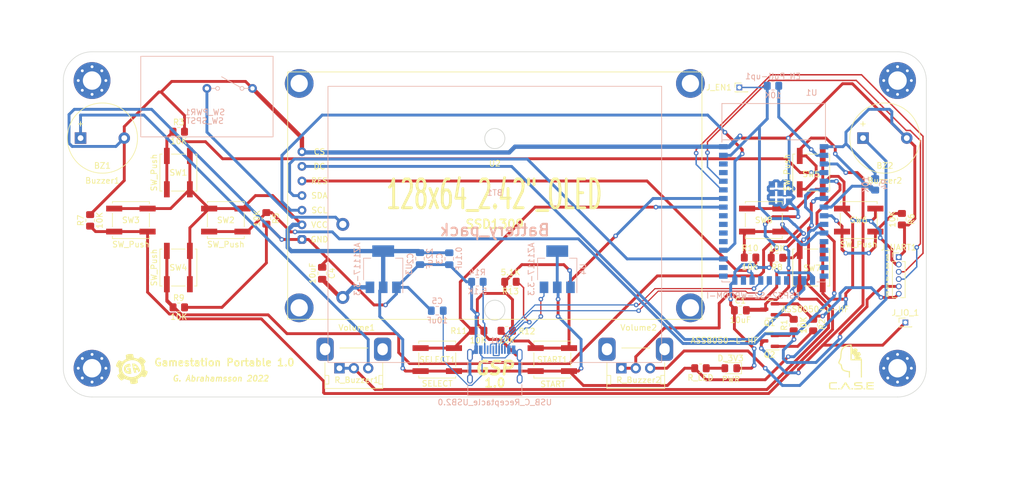
<source format=kicad_pcb>
(kicad_pcb (version 20211014) (generator pcbnew)
  (layers (0 "F.Cu" signal) (31 "B.Cu" signal) (34 "B.Paste" user) (35 "F.Paste" user) (36 "B.SilkS" user "B.Silkscreen") (37 "F.SilkS" user "F.Silkscreen") (38 "B.Mask" user) (39 "F.Mask" user) (44 "Edge.Cuts" user))
  (net 0 "")
  (net 1 "GNDREF")
  (net 2 "+3V3")
  (net 3 "Net-(Q2-Pad1)")
  (net 4 "/SELECT")
  (net 5 "/START")
  (net 6 "/IO1")
  (net 7 "/IO2")
  (net 8 "/IO3")
  (net 9 "/IO4")
  (net 10 "/IO5")
  (net 11 "/IO6")
  (net 12 "/IO7")
  (net 13 "/IO15")
  (net 14 "Net-(U1-Pad24)")
  (net 15 "Net-(Q1-Pad1)")
  (net 16 "/EN")
  (net 17 "Net-(U1-Pad29)")
  (net 18 "/RTS")
  (net 19 "/DTR")
  (net 20 "/IO_0")
  (net 21 "Net-(BZ1-Pad1)")
  (net 22 "/RX")
  (net 23 "/TX")
  (net 24 "/BUZZER_PIN")
  (net 25 "Net-(BT1-Pad2)")
  (net 26 "/IO8")
  (net 34 "Net-(BT1-Pad1)")
  (net 35 "+5V")
  (net 45 "Net-(U1-Pad30)")
  (net 46 "Net-(BZ2-Pad1)")
  (net 47 "/BUZZER_PIN2")
  (net 48 "Net-(D_3V3-Pad2)")
  (net 49 "Net-(J1-PadA5)")
  (net 50 "/D+")
  (net 51 "/D-")
  (net 53 "Net-(J1-PadB5)")
  (footprint "Button_Switch_SMD:SW_Push_1P1T_NO_CK_KSC6xxJ" (layer "F.Cu") (at 205 96 90)
    (fp_text reference "SW5")
    (fp_text value "SW_Push")
  )
  (footprint "Button_Switch_SMD:SW_Push_1P1T_NO_CK_KSC6xxJ" (layer "F.Cu") (at 213.25 104.25 180)
    (fp_text reference "SW6")
    (fp_text value "SW_Push")
  )
  (footprint "Capacitor_SMD:C_0805_2012Metric_Pad1.18x1.45mm_HandSolder" (layer "F.Cu") (at 120 113.5 -90)
    (fp_text reference "C4")
    (fp_text value "10uF")
  )
  (footprint "Resistor_SMD:R_0805_2012Metric_Pad1.20x1.40mm_HandSolder" (layer "F.Cu") (at 199.04 110.8 180)
    (fp_text reference "R8")
    (fp_text value "10K")
  )
  (footprint "Package_TO_SOT_SMD:SOT-23" (layer "F.Cu") (at 197.75 119.75 180)
    (fp_text reference "Q1")
    (fp_text value "ASS8050-L-HF")
  )
  (footprint "Package_TO_SOT_SMD:SOT-23" (layer "F.Cu") (at 197.75 125.25 180)
    (fp_text reference "Q2")
    (fp_text value "ASS8050-L-HF")
  )
  (footprint "LOGO" (layer "F.Cu") (at 87 130)
    (fp_text reference "G***" hide)
    (fp_text value "LOGO" hide)
  )
  (footprint "Connector_PinHeader_1.27mm:PinHeader_1x01_P1.27mm_Vertical" (layer "F.Cu") (at 192.86 81.2)
    (fp_text reference "J_EN1")
    (fp_text value "Conn_01x01_Male")
  )
  (footprint "Button_Switch_SMD:SW_Push_1P1T_NO_CK_KSC6xxJ" (layer "F.Cu") (at 205 112.5 90)
    (fp_text reference "SW7")
    (fp_text value "SW_Push" hide)
  )
  (footprint "MountingHole:MountingHole_3.2mm_M3_Pad_Via" (layer "F.Cu") (at 220 130)
    (fp_text reference "REF**" hide)
    (fp_text value "MountingHole_3.2mm_M3_Pad_Via")
  )
  (footprint "Resistor_SMD:R_0805_2012Metric_Pad1.20x1.40mm_HandSolder" (layer "F.Cu") (at 79.667446 104.303095 90)
    (fp_text reference "R7")
    (fp_text value "10K")
  )
  (footprint "MountingHole:MountingHole_3.2mm_M3_Pad_Via" (layer "F.Cu") (at 220 80)
    (fp_text reference "REF**" hide)
    (fp_text value "MountingHole_3.2mm_M3_Pad_Via")
  )
  (footprint "Button_Switch_SMD:SW_Push_1P1T_NO_CK_KSC6xxJ" (layer "F.Cu") (at 160 128.5)
    (fp_text reference "START1")
    (fp_text value "START")
  )
  (footprint "Resistor_SMD:R_0805_2012Metric_Pad1.20x1.40mm_HandSolder" (layer "F.Cu") (at 185.745 130)
    (fp_text reference "R_LED1" hide)
    (fp_text value "R_LED")
  )
  (footprint "Resistor_SMD:R_0805_2012Metric_Pad1.20x1.40mm_HandSolder" (layer "F.Cu") (at 110.3 103.95 -90)
    (fp_text reference "R5")
    (fp_text value "10K")
  )
  (footprint "Potentiometer_THT:Potentiometer_Alps_RK09K_Single_Horizontal" (layer "F.Cu") (at 172 130 90)
    (fp_text reference "Volume2")
    (fp_text value "R_Buzzer2")
  )
  (footprint "Buzzer_Beeper:Buzzer_12x9.5RM7.6" (layer "F.Cu") (at 214 90)
    (fp_text reference "BZ2")
    (fp_text value "Buzzer2")
  )
  (footprint "Resistor_SMD:R_0805_2012Metric_Pad1.20x1.40mm_HandSolder" (layer "F.Cu") (at 201.95 122.5 90)
    (fp_text reference "R1")
    (fp_text value "10K")
  )
  (footprint "GlobalLibrary:128x64 2.42 inch OLED display" (layer "F.Cu") (at 150 100)
    (fp_text reference "U2")
    (fp_text value "128x64_2.42\"_OLED")
  )
  (footprint "Capacitor_SMD:C_0805_2012Metric_Pad1.18x1.45mm_HandSolder" (layer "F.Cu") (at 192.68 119.93)
    (fp_text reference "C1")
    (fp_text value "10uF")
  )
  (footprint "Resistor_SMD:R_0805_2012Metric_Pad1.20x1.40mm_HandSolder" (layer "F.Cu") (at 205.34 122.5 -90)
    (fp_text reference "R2")
    (fp_text value "10K")
  )
  (footprint "Button_Switch_SMD:SW_Push_1P1T_NO_CK_KSC6xxJ" (layer "F.Cu") (at 95 112.5 90)
    (fp_text reference "SW4")
    (fp_text value "SW_Push")
  )
  (footprint "Resistor_SMD:R_0805_2012Metric_Pad1.20x1.40mm_HandSolder" (layer "F.Cu") (at 147.10698 123.493175)
    (fp_text reference "R11")
    (fp_text value "10K")
  )
  (footprint "Resistor_SMD:R_0805_2012Metric_Pad1.20x1.40mm_HandSolder" (layer "F.Cu") (at 152.72 114.98 180)
    (fp_text reference "R13")
    (fp_text value "5.1K")
  )
  (footprint "Button_Switch_SMD:SW_Push_1P1T_NO_CK_KSC6xxJ" (layer "F.Cu") (at 103.25 104.25 180)
    (fp_text reference "SW2")
    (fp_text value "SW_Push")
  )
  (footprint "Resistor_SMD:R_0805_2012Metric_Pad1.20x1.40mm_HandSolder" (layer "F.Cu") (at 220.75 104.1 -90)
    (fp_text reference "R6")
    (fp_text value "10K")
  )
  (footprint "Button_Switch_SMD:SW_Push_1P1T_NO_CK_KSC6xxJ" (layer "F.Cu") (at 140 128.5)
    (fp_text reference "SELECT1")
    (fp_text value "SELECT")
  )
  (footprint "Potentiometer_THT:Potentiometer_Alps_RK09K_Single_Horizontal" (layer "F.Cu") (at 123 130 90)
    (fp_text reference "Volume1")
    (fp_text value "R_Buzzer1")
  )
  (footprint "LOGO" (layer "F.Cu") (at 212 130)
    (fp_text reference "G***" hide)
    (fp_text value "LOGO" hide)
  )
  (footprint "Buzzer_Beeper:Buzzer_12x9.5RM7.6" (layer "F.Cu") (at 78 90)
    (fp_text reference "BZ1")
    (fp_text value "Buzzer1")
  )
  (footprint "Button_Switch_SMD:SW_Push_1P1T_NO_CK_KSC6xxJ" (layer "F.Cu") (at 86.75 104.25 180)
    (fp_text reference "SW3")
    (fp_text value "SW_Push")
  )
  (footprint "Resistor_SMD:R_0805_2012Metric_Pad1.20x1.40mm_HandSolder" (layer "F.Cu") (at 152.074149 123.489461)
    (fp_text reference "R12")
    (fp_text value "10K")
  )
  (footprint "MountingHole:MountingHole_3.2mm_M3_Pad_Via" (layer "F.Cu") (at 80 130)
    (fp_text reference "REF**" hide)
    (fp_text value "MountingHole_3.2mm_M3_Pad_Via")
  )
  (footprint "Resistor_SMD:R_0805_2012Metric_Pad1.20x1.40mm_HandSolder" (layer "F.Cu") (at 95.076964 119.419399)
    (fp_text reference "R9")
    (fp_text value "10K")
  )
  (footprint "MountingHole:MountingHole_3.2mm_M3_Pad_Via" (layer "F.Cu") (at 80 80)
    (fp_text reference "REF**" hide)
    (fp_text value "MountingHole_3.2mm_M3_Pad_Via")
  )
  (footprint "Connector_PinHeader_1.27mm:PinHeader_1x06_P1.27mm_Vertical" (layer "F.Cu") (at 220.21 110.7)
    (fp_text reference "J_UART1")
    (fp_text value "Conn_01x06_Male")
  )
  (footprint "Connector_PinHeader_1.27mm:PinHeader_1x01_P1.27mm_Vertical" (layer "F.Cu") (at 221.36 122.05)
    (fp_text reference "J_IO_1")
    (fp_text value "Conn_01x01_Male")
  )
  (footprint "Button_Switch_SMD:SW_Push_1P1T_NO_CK_KSC6xxJ" (layer "F.Cu") (at 95 96 90)
    (fp_text reference "SW1")
    (fp_text value "SW_Push")
  )
  (footprint "Resistor_SMD:R_0805_2012Metric_Pad1.20x1.40mm_HandSolder" (layer "F.Cu") (at 194.369235 110.774011)
    (fp_text reference "R10")
    (fp_text value "10K")
  )
  (footprint "Button_Switch_SMD:SW_Push_1P1T_NO_CK_KSC6xxJ" (layer "F.Cu") (at 196.75 104.25 180)
    (fp_text reference "SW8")
    (fp_text value "SW_Push" hide)
  )
  (footprint "LED_SMD:LED_0805_2012Metric_Pad1.15x1.40mm_HandSolder" (layer "F.Cu") (at 191.014122 130 180)
    (fp_text reference "D_3V3")
    (fp_text value "PWR")
  )
  (footprint "Resistor_SMD:R_0805_2012Metric_Pad1.20x1.40mm_HandSolder" (layer "F.Cu") (at 95.066495 88.896356)
    (fp_text reference "R3")
    (fp_text value "10K")
  )
  (footprint "Resistor_SMD:R_0805_2012Metric_Pad1.20x1.40mm_HandSolder" (layer "B.Cu") (at 198.35 80.91 180)
    (fp_text reference "EN_Pull-up1")
    (fp_text value "10K")
  )
  (footprint "Package_TO_SOT_SMD:SOT-223-3_TabPin2" (layer "B.Cu") (at 160.85 112.79 90)
    (fp_text reference "U4")
    (fp_text value "AZ1117-3.3")
  )
  (footprint "Capacitor_SMD:C_0805_2012Metric_Pad1.18x1.45mm_HandSolder" (layer "B.Cu") (at 137 110.951904 -90)
    (fp_text reference "C2")
    (fp_text value "22uF")
  )
  (footprint "Resistor_SMD:R_0805_2012Metric_Pad1.20x1.40mm_HandSolder" (layer "B.Cu") (at 146.97 114.98 180)
    (fp_text reference "R14")
    (fp_text value "5.1K")
  )
  (footprint "Capacitor_SMD:C_0805_2012Metric_Pad1.18x1.45mm_HandSolder" (layer "B.Cu") (at 142.083426 110.969916 -90)
    (fp_text reference "C3")
    (fp_text value "0.1uF")
  )
  (footprint "Capacitor_SMD:C_0805_2012Metric_Pad1.18x1.45mm_HandSolder" (layer "B.Cu") (at 140 120 180)
    (fp_text reference "C5")
    (fp_text value "10uF")
  )
  (footprint "GustavsGlobalLibrary:Slide-SW-GF-1123-1110" (layer "B.Cu") (at 99.965 81.365 180)
    (fp_text reference "SW_PWR1")
    (fp_text value "SW_SPST")
  )
  (footprint "Resistor_SMD:R_0805_2012Metric_Pad1.20x1.40mm_HandSolder" (layer "B.Cu") (at 216.1 98.04 90)
    (fp_text reference "R4")
    (fp_text value "10K")
  )
  (footprint "Connector_USB:USB_C_Receptacle_HRO_TYPE-C-31-M-12" (layer "B.Cu") (at 150 130.82 180)
    (fp_text reference "J1")
    (fp_text value "USB_C_Receptacle_USB2.0")
  )
  (footprint "GustavsGlobalLibrary:3xAA holder (534-2464)" (layer "B.Cu") (at 150 105 180)
    (fp_text reference "BT1")
    (fp_text value "Battery_pack")
    (fp_circle (center 0 -14.925) (end 1.75 -14.925) (layer "Edge.Cuts") (width 0.12) (fill none))
    (fp_circle (center 0 14.925) (end 1.75 14.925) (layer "Edge.Cuts") (width 0.12) (fill none))
  )
  (footprint "GustavsGlobalLibrary:XCVR_ESP32-S2-WROOM-I" (layer "B.Cu") (at 198.467708 99.498038 180)
    (fp_text reference "U1")
    (fp_text value "ESP32-S2-WROOM-I")
  )
  (footprint "Package_TO_SOT_SMD:SOT-223-3_TabPin2" (layer "B.Cu") (at 130.6 112.79 90)
    (fp_text reference "U3")
    (fp_text value "AZ1117-3.3")
  )
  (gr_line (start 225 130) (end 225 80) (layer "Edge.Cuts") (width 0.1))
  (gr_arc (start 225 130) (mid 223.535534 133.535534) (end 220 135) (layer "Edge.Cuts") (width 0.1))
  (gr_line (start 220 75) (end 80 75) (layer "Edge.Cuts") (width 0.1))
  (gr_line (start 80 135) (end 220 135) (layer "Edge.Cuts") (width 0.1))
  (gr_arc (start 80 135) (mid 76.464466 133.535534) (end 75 130) (layer "Edge.Cuts") (width 0.1))
  (gr_arc (start 220 75) (mid 223.535534 76.464466) (end 225 80) (layer "Edge.Cuts") (width 0.1))
  (gr_line (start 75 80) (end 75 130) (layer "Edge.Cuts") (width 0.1))
  (gr_arc (start 75 80) (mid 76.464466 76.464466) (end 80 75) (layer "Edge.Cuts") (width 0.1))
  (gr_text "SSD1309\n" (at 149.986442 104.956467) (layer "F.SilkS") (effects (font (size 1.5 1.5) (thickness 0.3))))
  (gr_text "RTS DTR RX TX 3V3 GND" (at 218.278796 113.896657 -270) (layer "F.SilkS") (effects (font (size 0.4 0.4) (thickness 0.1))))
  (gr_text "G. Abrahamsson 2022" (at 102.353074 131.785335) (layer "F.SilkS") (effects (font (size 1 1) (thickness 0.2) italic)))
  (gr_text "1.0" (at 150.014029 132.545591) (layer "F.SilkS") (effects (font (size 1.5 1.5) (thickness 0.3))))
  (gr_text "Gamestation Portable 1.0" (at 103 129) (layer "F.SilkS") (effects (font (size 1.25 1.25) (thickness 0.25))))
  (gr_text "GSP" (at 150 130) (layer "F.SilkS") (effects (font (size 2.25 2.25) (thickness 0.5) italic)))
  (segment (start 201 90) (end 210.449511 80.550489) (width 0.5) (layer "F.Cu") (net 1))
  (segment (start 110.3 111.7) (end 102.580601 119.419399) (width 0.5) (layer "F.Cu") (net 1))
  (segment (start 198.04 112.15854) (end 197.672052 112.526488) (width 0.5) (layer "F.Cu") (net 1))
  (segment (start 162 112) (end 154.7 112) (width 0.5) (layer "F.Cu") (net 1))
  (segment (start 163 113) (end 162 112) (width 0.5) (layer "F.Cu") (net 1))
  (segment (start 192.039122 130) (end 194.598299 130) (width 0.5) (layer "F.Cu") (net 1))
  (segment (start 193 90) (end 192.616646 89.616646) (width 0.5) (layer "F.Cu") (net 1))
  (segment (start 212.150489 80.550489) (end 221.6 90) (width 0.5) (layer "F.Cu") (net 1))
  (segment (start 153.074149 123.489461) (end 153.074149 118.074149) (width 0.5) (layer "F.Cu") (net 1))
  (segment (start 154.32 127.69) (end 153.69 127.69) (width 0.5) (layer "F.Cu") (net 1))
  (segment (start 116.48 89.96) (end 107.885 81.365) (width 0.75) (layer "F.Cu") (net 1))
  (segment (start 110.3 104.95) (end 110.3 111.7) (width 0.5) (layer "F.Cu") (net 1))
  (segment (start 129 119) (end 121 111) (width 0.5) (layer "F.Cu") (net 1))
  (segment (start 191 119) (end 191.6425 119.6425) (width 0.5) (layer "F.Cu") (net 1))
  (segment (start 191.6425 119.93) (end 191.6425 123.163954) (width 0.5) (layer "F.Cu") (net 1))
  (segment (start 195.369235 110.774011) (end 195.369235 112.38051) (width 0.5) (layer "F.Cu") (net 1))
  (segment (start 198.33434 103.66566) (end 202.706654 103.66566) (width 0.5) (layer "F.Cu") (net 1))
  (segment (start 93.846511 80.153489) (end 106.673489 80.153489) (width 0.5) (layer "F.Cu") (net 1))
  (segment (start 154.7 112) (end 151.72 114.98) (width 0.5) (layer "F.Cu") (net 1))
  (segment (start 220.75 105.1) (end 221.21 105.56) (width 0.5) (layer "F.Cu") (net 1))
  (segment (start 91.6 82) (end 85.6 88) (width 0.5) (layer "F.Cu") (net 1))
  (segment (start 148.10698 124.10698) (end 148.10698 123.493175) (width 0.5) (layer "F.Cu") (net 1))
  (segment (start 85.6 88) (end 85.6 90) (width 0.5) (layer "F.Cu") (net 1))
  (segment (start 223 104) (end 223 91.4) (width 0.5) (layer "F.Cu") (net 1))
  (segment (start 85.6 90) (end 85.6 97.370541) (width 0.5) (layer "F.Cu") (net 1))
  (segment (start 198.04 110.8) (end 198.04 109.96) (width 0.5) (layer "F.Cu") (net 1))
  (segment (start 106.673489 80.153489) (end 107.885 81.365) (width 0.5) (layer "F.Cu") (net 1))
  (segment (start 194.598299 130) (end 195.091148 129.507151) (width 0.5) (layer "F.Cu") (net 1))
  (segment (start 92 82) (end 96.066495 86.066495) (width 0.5) (layer "F.Cu") (net 1))
  (segment (start 117.62 107.62) (end 116.48 107.62) (width 0.5) (layer "F.Cu") (net 1))
  (segment (start 221.21 109.7) (end 220.21 110.7) (width 0.5) (layer "F.Cu") (net 1))
  (segment (start 146.96573 120.620323) (end 146.96573 118.03427) (width 0.5) (layer "F.Cu") (net 1))
  (segment (start 116.48 92.38) (end 116.48 89.96) (width 0.75) (layer "F.Cu") (net 1))
  (segment (start 191.6425 123.163954) (end 195.081577 126.603031) (width 0.5) (layer "F.Cu") (net 1))
  (segment (start 151.72 116.72) (end 152 117) (width 0.5) (layer "F.Cu") (net 1))
  (segment (start 121 111) (end 120 112) (width 0.5) (layer "F.Cu") (net 1))
  (segment (start 221.9 105.1) (end 223 104) (width 0.5) (layer "F.Cu") (net 1))
  (segment (start 210.449511 80.550489) (end 212.150489 80.550489) (width 0.5) (layer "F.Cu") (net 1))
  (segment (start 151 125) (end 149 125) (width 0.5) (layer "F.Cu") (net 1))
  (segment (start 191.6425 119.6425) (end 191.6425 119.93) (width 0.5) (layer "F.Cu") (net 1))
  (segment (start 198.04 110.8) (end 198.04 112.15854) (width 0.5) (layer "F.Cu") (net 1))
  (segment (start 92 82) (end 93.846511 80.153489) (width 0.5) (layer "F.Cu") (net 1))
  (segment (start 146.96573 122.351925) (end 148.10698 123.493175) (width 0.5) (layer "F.Cu") (net 1))
  (segment (start 153.69 127.69) (end 151 125) (width 0.5) (layer "F.Cu") (net 1))
  (segment (start 146.96573 118.03427) (end 148 117) (width 0.5) (layer "F.Cu") (net 1))
  (segment (start 96.066495 86.066495) (end 96.066495 88.896356) (width 0.5) (layer "F.Cu") (net 1))
  (segment (start 153.074149 118.074149) (end 152 117) (width 0.5) (layer "F.Cu") (net 1))
  (segment (start 121 111) (end 117.62 107.62) (width 0.5) (layer "F.Cu") (net 1))
  (segment (start 201 90) (end 193 90) (width 0.5) (layer "F.Cu") (net 1))
  (segment (start 148 117) (end 152 117) (width 0.5) (layer "F.Cu") (net 1))
  (segment (start 120 112) (end 120 112.4625) (width 0.5) (layer "F.Cu") (net 1))
  (segment (start 92 82) (end 91.6 82) (width 0.5) (layer "F.Cu") (net 1))
  (segment (start 116.48 107.62) (end 112.97 107.62) (width 0.5) (layer "F.Cu") (net 1))
  (segment (start 195.369235 112.38051) (end 195.475023 112.486298) (width 0.5) (layer "F.Cu") (net 1))
  (segment (start 112.97 107.62) (end 110.3 104.95) (width 0.5) (layer "F.Cu") (net 1))
  (segment (start 220.75 105.1) (end 221.9 105.1) (width 0.5) (layer "F.Cu") (net 1))
  (segment (start 85.6 97.370541) (end 79.667446 103.303095) (width 0.5) (layer "F.Cu") (net 1))
  (segment (start 197 105) (end 198.33434 103.66566) (width 0.5) (layer "F.Cu") (net 1))
  (segment (start 221.21 105.56) (end 221.21 109.7) (width 0.5) (layer "F.Cu") (net 1))
  (segment (start 151.72 114.98) (end 151.72 116.72) (width 0.5) (layer "F.Cu") (net 1))
  (segment (start 146.96573 120.620323) (end 146.96573 122.351925) (width 0.5) (layer "F.Cu") (net 1))
  (segment (start 223 91.4) (end 221.6 90) (width 0.5) (layer "F.Cu") (net 1))
  (segment (start 198.04 109.96) (end 199 109) (width 0.5) (layer "F.Cu") (net 1))
  (segment (start 131 119) (end 129 119) (width 0.5) (layer "F.Cu") (net 1))
  (segment (start 149 125) (end 148.10698 124.10698) (width 0.5) (layer "F.Cu") (net 1))
  (segment (start 102.580601 119.419399) (end 96.076964 119.419399) (width 0.5) (layer "F.Cu") (net 1))
  (segment (start 191 118) (end 191 119) (width 0.5) (layer "F.Cu") (net 1))
  (via (at 201 90) (size 0.8) (drill 0.4) (layers "F.Cu" "B.Cu") (net 1))
  (via (at 197 105) (size 0.8) (drill 0.4) (layers "F.Cu" "B.Cu") (net 1))
  (via (at 146.96573 120.620323) (size 0.8) (drill 0.4) (layers "F.Cu" "B.Cu") (net 1))
  (via (at 131 119) (size 0.8) (drill 0.4) (layers "F.Cu" "B.Cu") (net 1))
  (via (at 195.081577 126.603031) (size 0.8) (drill 0.4) (layers "F.Cu" "B.Cu") (net 1))
  (via (at 191 118) (size 0.8) (drill 0.4) (layers "F.Cu" "B.Cu") (net 1))
  (via (at 195.091148 129.507151) (size 0.8) (drill 0.4) (layers "F.Cu" "B.Cu") (net 1))
  (via (at 112.97 107.62) (size 0.8) (drill 0.4) (layers "F.Cu" "B.Cu") (net 1))
  (via (at 163 113) (size 0.8) (drill 0.4) (layers "F.Cu" "B.Cu") (net 1))
  (via (at 192.616646 89.616646) (size 0.8) (drill 0.4) (layers "F.Cu" "B.Cu") (net 1))
  (via (at 202.706654 103.66566) (size 0.8) (drill 0.4) (layers "F.Cu" "B.Cu") (net 1))
  (via (at 195.475023 112.486298) (size 0.8) (drill 0.4) (layers "F.Cu" "B.Cu") (net 1))
  (via (at 199 109) (size 0.8) (drill 0.4) (layers "F.Cu" "B.Cu") (net 1))
  (via (at 197.672052 112.526488) (size 0.8) (drill 0.4) (layers "F.Cu" "B.Cu") (net 1))
  (segment (start 195.081577 126.603031) (end 195.091148 126.612602) (width 0.5) (layer "B.Cu") (net 1))
  (segment (start 200.152229 100.042559) (end 200.663187 100.042559) (width 0.25) (layer "B.Cu") (net 1))
  (segment (start 137 111.989404) (end 136.850596 111.989404) (width 0.5) (layer "B.Cu") (net 1))
  (segment (start 112.97 107.62) (end 90.35 85) (width 0.5) (layer "B.Cu") (net 1))
  (segment (start 132.9 115.94) (end 134.9025 115.94) (width 0.5) (layer "B.Cu") (net 1))
  (segment (start 199.163187 99.053517) (end 198.652229 99.053517) (width 0.25) (layer "B.Cu") (net 1))
  (segment (start 192.616646 89.616646) (end 192.643387 89.589905) (width 0.75) (layer "B.Cu") (net 1))
  (segment (start 211.03 88.97) (end 211.03 90.97) (width 0.5) (layer "B.Cu") (net 1))
  (segment (start 199.657708 99.548038) (end 199.163187 99.053517) (width 0.25) (layer "B.Cu") (net 1))
  (segment (start 199.657708 101.048038) (end 199.657708 101.174174) (width 0.5) (layer "B.Cu") (net 1))
  (segment (start 146.75 126.775) (end 146.75 121) (width 0.5) (layer "B.Cu") (net 1))
  (segment (start 189.717708 91.498038) (end 190.735254 91.498038) (width 0.75) (layer "B.Cu") (net 1))
  (segment (start 198.031572 99.548038) (end 197.538187 99.054653) (width 0.5) (layer "B.Cu") (net 1))
  (segment (start 132.9 117.1) (end 132.9 115.94) (width 0.5) (layer "B.Cu") (net 1))
  (segment (start 198.157708 97.921902) (end 198.651093 97.428517) (width 0.5) (layer "B.Cu") (net 1))
  (segment (start 145.835 127.69) (end 146.75 126.775) (width 0.5) (layer "B.Cu") (net 1))
  (segment (start 202 100.264194) (end 202 100.331882) (width 0.5) (layer "B.Cu") (net 1))
  (segment (start 199.657708 99.548038) (end 200.152229 100.042559) (width 0.25) (layer "B.Cu") (net 1))
  (segment (start 200 102) (end 199.657708 101.657708) (width 0.5) (layer "B.Cu") (net 1))
  (segment (start 190.735254 91.498038) (end 192.616646 89.616646) (width 0.75) (layer "B.Cu") (net 1))
  (segment (start 199 109) (end 197 107) (width 0.5) (layer "B.Cu") (net 1))
  (segment (start 197.631862 112.486298) (end 197.672052 112.526488) (width 0.5) (layer "B.Cu") (net 1))
  (segment (start 76.550489 91.449511) (end 84.150489 91.449511) (width 0.5) (layer "B.Cu") (net 1))
  (segment (start 197.538187 98.541423) (end 198.031572 98.048038) (width 0.5) (layer "B.Cu") (net 1))
  (segment (start 191.717708 114.748038) (end 191.717708 113.282292) (width 0.5) (layer "B.Cu") (net 1))
  (segment (start 198.652229 99.053517) (end 198.157708 99.548038) (width 0.25) (layer "B.Cu") (net 1))
  (segment (start 147 120.75) (end 145.97 119.72) (width 0.5) (layer "B.Cu") (net 1))
  (segment (start 201.283844 101.048038) (end 201.157708 101.048038) (width 0.5) (layer "B.Cu") (net 1))
  (segment (start 131 119) (end 132.9 117.1) (width 0.5) (layer "B.Cu") (net 1))
  (segment (start 199.164323 97.428517) (end 199.657708 97.921902) (width 0.5) (layer "B.Cu") (net 1))
  (segment (start 145.68 131.87) (end 145.68 127.69) (width 0.5) (layer "B.Cu") (net 1))
  (segment (start 200.664323 97.428517) (end 200.151093 97.428517) (width 0.5) (layer "B.Cu") (net 1))
  (segment (start 207.217708 91.498038) (end 210.501962 91.498038) (width 0.5) (layer "B.Cu") (net 1))
  (segment (start 200.331882 102) (end 200 102) (width 0.5) (layer "B.Cu") (net 1))
  (segment (start 199.657708 97.921902) (end 199.657708 98.048038) (width 0.5) (layer "B.Cu") (net 1))
  (segment (start 154.32 131.87) (end 154.32 127.69) (width 0.5) (layer "B.Cu") (net 1))
  (segment (start 211.03 90.97) (end 216.1 96.04) (width 0.5) (layer "B.Cu") (net 1))
  (segment (start 198.031572 101.048038) (end 197.538187 100.554653) (width 0.5) (layer "B.Cu") (net 1))
  (segment (start 84.150489 91.449511) (end 85.6 90) (width 0.5) (layer "B.Cu") (net 1))
  (segment (start 199.657708 101.657708) (end 199.657708 101.048038) (width 0.5) (layer "B.Cu") (net 1))
  (segment (start 191 115.465746) (end 191.717708 114.748038) (width 0.5) (layer "B.Cu") (net 1))
  (segment (start 198.157708 98.048038) (end 198.157708 97.921902) (width 0.5) (layer "B.Cu") (net 1))
  (segment (start 163.15 113.15) (end 163 113) (width 0.5) (layer "B.Cu") (net 1))
  (segment (start 201.157708 97.921902) (end 200.664323 97.428517) (width 0.5) (layer "B.Cu") (net 1))
  (segment (start 142.065414 111.989404) (end 142.083426 112.007416) (width 0.5) (layer "B.Cu") (net 1))
  (segment (start 90.35 85) (end 76.909752 85) (width 0.5) (layer "B.Cu") (net 1))
  (segment (start 198.031572 99.548038) (end 198.157708 99.548038) (width 0.5) (layer "B.Cu") (net 1))
  (segment (start 215 85) (end 211.03 88.97) (width 0.5) (layer "B.Cu") (net 1))
  (segment (start 146.75 121) (end 147 120.75) (width 0.5) (layer "B.Cu") (net 1))
  (segment (start 145.97 119.72) (end 145.97 114.98) (width 0.5) (layer "B.Cu") (net 1))
  (segment (start 199.164323 101.667559) (end 198.651093 101.667559) (width 0.5) (layer "B.Cu") (net 1))
  (segment (start 219 85.4) (end 218.6 85) (width 0.5) (layer "B.Cu") (net 1))
  (segment (start 198.031572 98.048038) (end 198.157708 98.048038) (width 0.5) (layer "B.Cu") (net 1))
  (segment (start 152.5 92.5) (end 153.501962 91.498038) (width 0.75) (layer "B.Cu") (net 1))
  (segment (start 201.157708 101.048038) (end 201.157708 101.174174) (width 0.5) (layer "B.Cu") (net 1))
  (segment (start 202.706654 103.66566) (end 202.706654 102.596984) (width 0.5) (layer "B.Cu") (net 1))
  (segment (start 221.6 90) (end 219 87.4) (width 0.5) (layer "B.Cu") (net 1))
  (segment (start 202 100.331882) (end 201.283844 101.048038) (width 0.5) (layer "B.Cu") (net 1))
  (segment (start 197.538187 100.041423) (end 198.031572 99.548038) (width 0.5) (layer "B.Cu") (net 1))
  (segment (start 154.165 127.69) (end 153.25 126.775) (width 0.5) (layer "B.Cu") (net 1))
  (segment (start 195.475023 112.486298) (end 197.631862 112.486298) (width 0.5) (layer "B.Cu") (net 1))
  (segment (start 154.32 127.69) (end 154.165 127.69) (width 0.5) (layer "B.Cu") (net 1))
  (segment (start 197.538187 99.054653) (end 197.538187 98.541423) (width 0.5) (layer "B.Cu") (net 1))
  (segment (start 202 98.831882) (end 201.283844 99.548038) (width 0.5) (layer "B.Cu") (net 1))
  (segment (start 202.706654 102.596984) (end 201.157708 101.048038) (width 0.5) (layer "B.Cu") (net 1))
  (segment (start 134.9025 115.94) (end 138.9625 120) (width 0.5) (layer "B.Cu") (net 1))
  (segment (start 218.6 85) (end 215 85) (width 0.5) (layer "B.Cu") (net 1))
  (segment (start 116.48 92.38) (end 116.6 92.5) (width 0.75) (layer "B.Cu") (net 1))
  (segment (start 194.988725 112) (end 195.475023 112.486298) (width 0.5) (layer "B.Cu") (net 1))
  (segment (start 201.157708 101.174174) (end 200.331882 102) (width 0.5) (layer "B.Cu") (net 1))
  (segment (start 145.97 114.98) (end 145.05601 114.98) (width 0.5) (layer "B.Cu") (net 1))
  (segment (start 201.157708 90.157708) (end 201 90) (width 0.5) (layer "B.Cu") (net 1))
  (segment (start 198.157708 101.048038) (end 198.031572 101.048038) (width 0.5) (layer "B.Cu") (net 1))
  (segment (start 201.157708 98.048038) (end 201.157708 97.921902) (width 0.5) (layer "B.Cu") (net 1))
  (segment (start 201.157708 98.048038) (end 201.157708 90.157708) (width 0.5) (layer "B.Cu") (net 1))
  (segment (start 191 118) (end 191 115.465746) (width 0.5) (layer "B.Cu") (net 1))
  (segment (start 198.651093 97.428517) (end 199.164323 97.428517) (width 0.5) (layer "B.Cu") (net 1))
  (segment (start 195.091148 126.612602) (end 195.091148 129.507151) (width 0.5) (layer "B.Cu") (net 1))
  (segment (start 201.157708 98.048038) (end 201.283844 98.048038) (width 0.5) (layer "B.Cu") (net 1))
  (segment (start 201.283844 98.048038) (end 202 98.764194) (width 0.5) (layer "B.Cu") (net 1))
  (segment (start 216.1 96.04) (end 216.1 97.04) (width 0.5) (layer "B.Cu") (net 1))
  (segment (start 198.651093 101.667559) (end 198.157708 101.174174) (width 0.5) (layer "B.Cu") (net 1))
  (segment (start 137 111.989404) (end 142.065414 111.989404) (width 0.5) (layer "B.Cu") (net 1))
  (segment (start 193 112) (end 194.988725 112) (width 0.5) (layer "B.Cu") (net 1))
  (segment (start 76.909752 85) (end 76 85.909752) (width 0.5) (layer "B.Cu") (net 1))
  (segment (start 153.501962 91.498038) (end 189.717708 91.498038) (width 0.75) (layer "B.Cu") (net 1))
  (segment (start 145.68 127.69) (end 145.835 127.69) (width 0.5) (layer "B.Cu") (net 1))
  (segment (start 191.717708 113.282292) (end 193 112) (width 0.5) (layer "B.Cu") (net 1))
  (segment (start 145.05601 114.98) (end 142.083426 112.007416) (width 0.5) (layer "B.Cu") (net 1))
  (segment (start 198.157708 101.174174) (end 198.157708 101.048038) (width 0.5) (layer "B.Cu") (net 1))
  (segment (start 219 87.4) (end 219 85.4) (width 0.5) (layer "B.Cu") (net 1))
  (segment (start 76 85.909752) (end 76 90.899022) (width 0.5) (layer "B.Cu") (net 1))
  (segment (start 136.850596 111.989404) (end 132.9 115.94) (width 0.5) (layer "B.Cu") (net 1))
  (segment (start 201.283844 99.548038) (end 201.157708 99.548038) (width 0.5) (layer "B.Cu") (net 1))
  (segment (start 201.283844 99.548038) (end 202 100.264194) (width 0.5) (layer "B.Cu") (net 1))
  (segment (start 200.151093 97.428517) (end 199.657708 97.921902) (width 0.5) (layer "B.Cu") (net 1))
  (segment (start 163.15 115.94) (end 163.15 113.15) (width 0.5) (layer "B.Cu") (net 1))
  (segment (start 210.501962 91.498038) (end 211.03 90.97) (width 0.5) (layer "B.Cu") (net 1))
  (segment (start 202 98.764194) (end 202 98.831882) (width 0.5) (layer "B.Cu") (net 1))
  (segment (start 116.6 92.5) (end 152.5 92.5) (width 0.75) (layer "B.Cu") (net 1))
  (segment (start 199.657708 101.174174) (end 199.164323 101.667559) (width 0.5) (layer "B.Cu") (net 1))
  (segment (start 200.663187 100.042559) (end 201.157708 99.548038) (width 0.25) (layer "B.Cu") (net 1))
  (segment (start 197 107) (end 197 105) (width 0.5) (layer "B.Cu") (net 1))
  (segment (start 76 90.899022) (end 76.550489 91.449511) (width 0.5) (layer "B.Cu") (net 1))
  (segment (start 197.538187 100.554653) (end 197.538187 100.041423) (width 0.5) (layer "B.Cu") (net 1))
  (segment (start 165.4 133) (end 162.9 130.5) (width 0.5) (layer "F.Cu") (net 2))
  (segment (start 219 109.349502) (end 219 111.196389) (width 0.5) (layer "F.Cu") (net 2))
  (segment (start 186.745 132) (end 187 132) (width 0.5) (layer "F.Cu") (net 2))
  (segment (start 208 118) (end 207 117) (width 0.5) (layer "F.Cu") (net 2))
  (segment (start 100.35 102.25) (end 97 98.9) (width 0.5) (layer "F.Cu") (net 2))
  (segment (start 89.65 102.25) (end 83.85 102.25) (width 0.5) (layer "F.Cu") (net 2))
  (segment (start 208.346586 96.653414) (end 207 98) (width 0.5) (layer "F.Cu") (net 2))
  (segment (start 211 118) (end 208 118) (width 0.5) (layer "F.Cu") (net 2))
  (segment (start 210.35 102.25) (end 212.221503 104.121503) (width 0.5) (layer "F.Cu") (net 2))
  (segment (start 142.9 130.5) (end 157.1 130.5) (width 0.5) (layer "F.Cu") (net 2))
  (segment (start 97 109.6) (end 97 115.4) (width 0.5) (layer "F.Cu") (net 2))
  (segment (start 97 98.9) (end 97 93.1) (width 0.5) (layer "F.Cu") (net 2))
  (segment (start 184.745 130) (end 186.745 132) (width 0.5) (layer "F.Cu") (net 2))
  (segment (start 111.4 100) (end 108.4 100) (width 0.5) (layer "F.Cu") (net 2))
  (segment (start 205.799022 98.9) (end 207 98.9) (width 0.5) (layer "F.Cu") (net 2))
  (segment (start 217 107.349502) (end 219 109.349502) (width 0.5) (layer "F.Cu") (net 2))
  (segment (start 216.15 103.758362) (end 216.15 102.25) (width 0.5) (layer "F.Cu") (net 2))
  (segment (start 193.85 102.25) (end 199.65 102.25) (width 0.5) (layer "F.Cu") (net 2))
  (segment (start 184.745 130) (end 183 130) (width 0.5) (layer "F.Cu") (net 2))
  (segment (start 207 115.4) (end 207 109.6) (width 0.5) (layer "F.Cu") (net 2))
  (segment (start 187 132) (end 197 132) (width 0.5) (layer "F.Cu") (net 2))
  (segment (start 97 105.6) (end 100.35 102.25) (width 0.5) (layer "F.Cu") (net 2))
  (segment (start 162.9 130.5) (end 164.5 130.5) (width 0.5) (layer "F.Cu") (net 2))
  (segment (start 212.199511 104.348461) (end 212.221503 104.326469) (width 0.5) (layer "F.Cu") (net 2))
  (segment (start 108.4 100) (end 106.15 102.25) (width 0.5) (layer "F.Cu") (net 2))
  (segment (start 100.35 102.25) (end 106.15 102.25) (width 0.5) (layer "F.Cu") (net 2))
  (segment (start 210.69952 97.6318) (end 209.721134 96.653414) (width 0.5) (layer "F.Cu") (net 2))
  (segment (start 219 111.196389) (end 219.773611 111.97) (width 0.5) (layer "F.Cu") (net 2))
  (segment (start 202.449022 102.25) (end 205.799022 98.9) (width 0.5) (layer "F.Cu") (net 2))
  (segment (start 116.48 105.08) (end 111.4 100) (width 0.5) (layer "F.Cu") (net 2))
  (segment (start 211 117) (end 212.199511 115.800489) (width 0.5) (layer "F.Cu") (net 2))
  (segment (start 134.5 130.5) (end 134 130) (width 0.5) (layer "F.Cu") (net 2))
  (segment (start 97 109.6) (end 97 105.6) (width 0.5) (layer "F.Cu") (net 2))
  (segment (start 164.5 130.5) (end 165 130) (width 0.5) (layer "F.Cu") (net 2))
  (segment (start 207 117) (end 207 115.4) (width 0.5) (layer "F.Cu") (net 2))
  (segment (start 161 121) (end 161 118) (width 0.5) (layer "F.Cu") (net 2))
  (segment (start 219.773611 111.97) (end 220.21 111.97) (width 0.5) (layer "F.Cu") (net 2))
  (segment (start 180 133) (end 165.4 133) (width 0.5) (layer "F.Cu") (net 2))
  (segment (start 215.413874 104.494488) (end 216.15 103.758362) (width 0.5) (layer "F.Cu") (net 2))
  (segment (start 210.35 102.25) (end 210.69952 101.90048) (width 0.5) (layer "F.Cu") (net 2))
  (segment (start 210.69952 101.90048) (end 210.69952 97.6318) (width 0.5) (layer "F.Cu") (net 2))
  (segment (start 209.721134 96.653414) (end 208.346586 96.653414) (width 0.5) (layer "F.Cu") (net 2))
  (segment (start 137.1 130.5) (end 134.5 130.5) (width 0.5) (layer "F.Cu") (net 2))
  (segment (start 89.65 102.25) (end 93.65 102.25) (width 0.5) (layer "F.Cu") (net 2))
  (segment (start 212.199511 115.800489) (end 212.199511 104.348461) (width 0.5) (layer "F.Cu") (net 2))
  (segment (start 137.1 130.5) (end 142.9 130.5) (width 0.5) (layer "F.Cu") (net 2))
  (segment (start 207 98.9) (end 207 93.1) (width 0.5) (layer "F.Cu") (net 2))
  (segment (start 197 132) (end 201 128) (width 0.5) (layer "F.Cu") (net 2))
  (segment (start 157.1 130.5) (end 162.9 130.5) (width 0.5) (layer "F.Cu") (net 2))
  (segment (start 212.221503 104.121503) (end 212.221503 104.326469) (width 0.5) (layer "F.Cu") (net 2))
  (segment (start 199.65 102.25) (end 202.449022 102.25) (width 0.5) (layer "F.Cu") (net 2))
  (segment (start 93.65 102.25) (end 97 98.9) (width 0.5) (layer "F.Cu") (net 2))
  (segment (start 211 118) (end 211 117) (width 0.5) (layer "F.Cu") (net 2))
  (segment (start 207 98) (end 207 98.9) (width 0.5) (layer "F.Cu") (net 2))
  (segment (start 183 130) (end 180 133) (width 0.5) (layer "F.Cu") (net 2))
  (via (at 205 92) (size 0.8) (drill 0.4) (layers "F.Cu" "B.Cu") (net 2))
  (via (at 161 118) (size 0.8) (drill 0.4) (layers "F.Cu" "B.Cu") (net 2))
  (via (at 211 118) (size 0.8) (drill 0.4) (layers "F.Cu" "B.Cu") (net 2))
  (via (at 161 121) (size 0.8) (drill 0.4) (layers "F.Cu" "B.Cu") (net 2))
  (via (at 134 130) (size 0.8) (drill 0.4) (layers "F.Cu" "B.Cu") (net 2))
  (via (at 201 128) (size 0.8) (drill 0.4) (layers "F.Cu" "B.Cu") (net 2))
  (via (at 165 130) (size 0.8) (drill 0.4) (layers "F.Cu" "B.Cu") (net 2))
  (via (at 215.413874 104.494488) (size 0.8) (drill 0.4) (layers "F.Cu" "B.Cu") (net 2))
  (via (at 217 107.349502) (size 0.8) (drill 0.4) (layers "F.Cu" "B.Cu") (net 2))
  (via (at 212.221503 104.326469) (size 0.8) (drill 0.4) (layers "F.Cu" "B.Cu") (net 2))
  (segment (start 165 125) (end 161 121) (width 0.5) (layer "B.Cu") (net 2))
  (segment (start 142.083426 109.932416) (end 137.018012 109.932416) (width 0.5) (layer "B.Cu") (net 2))
  (segment (start 217 106.080614) (end 215.413874 104.494488) (width 0.5) (layer "B.Cu") (net 2))
  (segment (start 202 128) (end 201 128) (width 0.5) (layer "B.Cu") (net 2))
  (segment (start 130.6 109.64) (end 136.725596 109.64) (width 0.75) (layer "B.Cu") (net 2))
  (segment (start 199.35 86.35) (end 205 92) (width 0.5) (layer "B.Cu") (net 2))
  (segment (start 130.6 109.64) (end 114.64 109.64) (width 0.75) (layer "B.Cu") (net 2))
  (segment (start 134 130) (end 134 125) (width 0.5) (layer "B.Cu") (net 2))
  (segment (start 212.221503 104.326469) (end 215.245855 104.326469) (width 0.5) (layer "B.Cu") (net 2))
  (segment (start 114.64 109.64) (end 114 109) (width 0.75) (layer "B.Cu") (net 2))
  (segment (start 205 92) (end 205.998038 92.998038) (width 0.5) (layer "B.Cu") (net 2))
  (segment (start 199.35 80.91) (end 199.35 86.35) (width 0.5) (layer "B.Cu") (net 2))
  (segment (start 205.998038 92.998038) (end 207.217708 92.998038) (width 0.5) (layer "B.Cu") (net 2))
  (segment (start 217 107.349502) (end 217 106.080614) (width 0.5) (layer "B.Cu") (net 2))
  (segment (start 114 106) (end 114.92 105.08) (width 0.75) (layer "B.Cu") (net 2))
  (segment (start 130 116.54) (end 130.6 115.94) (width 0.5) (layer "B.Cu") (net 2))
  (segment (start 160.85 115.94) (end 160.85 109.64) (width 0.5) (layer "B.Cu") (net 2))
  (segment (start 134 125) (end 130 121) (width 0.5) (layer "B.Cu") (net 2))
  (segment (start 130 121) (end 130 116.54) (width 0.5) (layer "B.Cu") (net 2))
  (segment (start 211 118) (end 211 119) (width 0.5) (layer "B.Cu") (net 2))
  (segment (start 211 119) (end 202 128) (width 0.5) (layer "B.Cu") (net 2))
  (segment (start 114 109) (end 114 106) (width 0.75) (layer "B.Cu") (net 2))
  (segment (start 165 130) (end 165 125) (width 0.5) (layer "B.Cu") (net 2))
  (segment (start 215.245855 104.326469) (end 215.413874 104.494488) (width 0.5) (layer "B.Cu") (net 2))
  (segment (start 114.92 105.08) (end 116.48 105.08) (width 0.75) (layer "B.Cu") (net 2))
  (segment (start 161 118) (end 161 116.09) (width 0.5) (layer "B.Cu") (net 2))
  (segment (start 137.018012 109.932416) (end 137 109.914404) (width 0.5) (layer "B.Cu") (net 2))
  (segment (start 136.725596 109.64) (end 137 109.914404) (width 0.75) (layer "B.Cu") (net 2))
  (segment (start 130.6 115.94) (end 130.6 109.64) (width 0.75) (layer "B.Cu") (net 2))
  (segment (start 161 116.09) (end 160.85 115.94) (width 0.5) (layer "B.Cu") (net 2))
  (segment (start 202.64 126.2) (end 205.34 123.5) (width 0.5) (layer "F.Cu") (net 3))
  (segment (start 198.6875 126.2) (end 202.64 126.2) (width 0.5) (layer "F.Cu") (net 3))
  (segment (start 137.1 126.5) (end 142.9 126.5) (width 0.5) (layer "F.Cu") (net 4))
  (segment (start 146.10698 123.493175) (end 144 121.386195) (width 0.5) (layer "F.Cu") (net 4))
  (segment (start 146.10698 123.493175) (end 145.906825 123.493175) (width 0.5) (layer "F.Cu") (net 4))
  (segment (start 144 115) (end 157 102) (width 0.5) (layer "F.Cu") (net 4))
  (segment (start 144 121.386195) (end 144 115) (width 0.5) (layer "F.Cu") (net 4))
  (segment (start 157 102) (end 178 102) (width 0.5) (layer "F.Cu") (net 4))
  (segment (start 145.906825 123.493175) (end 142.9 126.5) (width 0.5) (layer "F.Cu") (net 4))
  (via (at 178 102) (size 0.8) (drill 0.4) (layers "F.Cu" "B.Cu") (net 4))
  (segment (start 178 102) (end 178.001962 101.998038) (width 0.5) (layer "B.Cu") (net 4))
  (segment (start 178.001962 101.998038) (end 189.717708 101.998038) (width 0.5) (layer "B.Cu") (net 4))
  (segment (start 162.9 115.1) (end 171 107) (width 0.5) (layer "F.Cu") (net 5))
  (segment (start 157.1 126.5) (end 162.9 126.5) (width 0.5) (layer "F.Cu") (net 5))
  (segment (start 152.854436 125.269748) (end 155.869748 125.269748) (width 0.5) (layer "F.Cu") (net 5))
  (segment (start 157.1 126.5) (end 155.869748 125.269748) (width 0.5) (layer "F.Cu") (net 5))
  (segment (start 151.074149 123.489461) (end 152.854436 125.269748) (width 0.5) (layer "F.Cu") (net 5))
  (segment (start 162.9 126.5) (end 162.9 115.1) (width 0.5) (layer "F.Cu") (net 5))
  (via (at 171 107) (size 0.8) (drill 0.4) (layers "F.Cu" "B.Cu") (net 5))
  (segment (start 189.717708 100.498038) (end 177.501962 100.498038) (width 0.5) (layer "B.Cu") (net 5))
  (segment (start 177.501962 100.498038) (end 171 107) (width 0.5) (layer "B.Cu") (net 5))
  (segment (start 93 93.1) (end 93 89.962851) (width 0.5) (layer "F.Cu") (net 6))
  (segment (start 203.100978 96) (end 205 96) (width 0.5) (layer "F.Cu") (net 6))
  (segment (start 200.692489 93.591511) (end 203.100978 96) (width 0.5) (layer "F.Cu") (net 6))
  (segment (start 93 98.9) (end 93 93.1) (width 0.5) (layer "F.Cu") (net 6))
  (segment (start 102.678788 93.591511) (end 200.692489 93.591511) (width 0.5) (layer "F.Cu") (net 6))
  (segment (start 93 89.962851) (end 94.066495 88.896356) (width 0.5) (layer "F.Cu") (net 6))
  (segment (start 95.799535 90.629396) (end 99.716673 90.629396) (width 0.5) (layer "F.Cu") (net 6))
  (segment (start 99.716673 90.629396) (end 102.678788 93.591511) (width 0.5) (layer "F.Cu") (net 6))
  (segment (start 94.066495 88.896356) (end 95.799535 90.629396) (width 0.5) (layer "F.Cu") (net 6))
  (via (at 205 96) (size 0.8) (drill 0.4) (layers "F.Cu" "B.Cu") (net 6))
  (segment (start 205 96) (end 207.215746 96) (width 0.5) (layer "B.Cu") (net 6))
  (segment (start 207.215746 96) (end 207.217708 95.998038) (width 0.5) (layer "B.Cu") (net 6))
  (segment (start 111.187378 102.95) (end 110.3 102.95) (width 0.5) (layer "F.Cu") (net 7))
  (segment (start 106.15 106.25) (end 107 106.25) (width 0.5) (layer "F.Cu") (net 7))
  (segment (start 107 106.25) (end 110.3 102.95) (width 0.5) (layer "F.Cu") (net 7))
  (segment (start 209 108) (end 206 105) (width 0.5) (layer "F.Cu") (net 7))
  (segment (start 115.282998 106.300334) (end 114.537712 106.300334) (width 0.5) (layer "F.Cu") (net 7))
  (segment (start 114.537712 106.300334) (end 111.187378 102.95) (width 0.5) (layer "F.Cu") (net 7))
  (segment (start 210 98.133671) (end 209.369254 97.502925) (width 0.5) (layer "F.Cu") (net 7))
  (segment (start 206 103) (end 210 99) (width 0.5) (layer "F.Cu") (net 7))
  (segment (start 100.35 106.25) (end 106.15 106.25) (width 0.5) (layer "F.Cu") (net 7))
  (segment (start 206 105) (end 206 103) (width 0.5) (layer "F.Cu") (net 7))
  (segment (start 209 117) (end 209 108) (width 0.5) (layer "F.Cu") (net 7))
  (segment (start 210 99) (end 210 98.133671) (width 0.5) (layer "F.Cu") (net 7))
  (via (at 115.282998 106.300334) (size 0.8) (drill 0.4) (layers "F.Cu" "B.Cu") (net 7))
  (via (at 209 117) (size 0.8) (drill 0.4) (layers "F.Cu" "B.Cu") (net 7))
  (via (at 209.369254 97.502925) (size 0.8) (drill 0.4) (layers "F.Cu" "B.Cu") (net 7))
  (segment (start 182.71025 125.69952) (end 183.289751 125.699519) (width 0.5) (layer "B.Cu") (net 7))
  (segment (start 209.369254 97.502925) (end 207.222595 97.502925) (width 0.5) (layer "B.Cu") (net 7))
  (segment (start 196.98927 124) (end 202.5 124) (width 0.5) (layer "B.Cu") (net 7))
  (segment (start 115.282998 106.300334) (end 121.757218 106.300334) (width 0.5) (layer "B.Cu") (net 7))
  (segment (start 122.964149 107.507265) (end 164.517995 107.507265) (width 0.5) (layer "B.Cu") (net 7))
  (segment (start 183.289751 125.699519) (end 195.28975 125.69952) (width 0.5) (layer "B.Cu") (net 7))
  (segment (start 207.222595 97.502925) (end 207.217708 97.498038) (width 0.5) (layer "B.Cu") (net 7))
  (segment (start 209 117.5) (end 209 117) (width 0.5) (layer "B.Cu") (net 7))
  (segment (start 121.757218 106.300334) (end 122.964149 107.507265) (width 0.5) (layer "B.Cu") (net 7))
  (segment (start 202.5 124) (end 209 117.5) (width 0.5) (layer "B.Cu") (net 7))
  (segment (start 164.517995 107.507265) (end 182.71025 125.69952) (width 0.5) (layer "B.Cu") (net 7))
  (segment (start 195.28975 125.69952) (end 196.98927 124) (width 0.5) (layer "B.Cu") (net 7))
  (segment (start 120.24998 134.24998) (end 120.39904 134.39904) (width 0.5) (layer "F.Cu") (net 8))
  (segment (start 95.300273 121.421248) (end 109.421248 121.421248) (width 0.5) (layer "F.Cu") (net 8))
  (segment (start 204.52822 105.689903) (end 205.054075 105.164048) (width 0.5) (layer "F.Cu") (net 8))
  (segment (start 83.85 106.25) (end 80.614351 106.25) (width 0.5) (layer "F.Cu") (net 8))
  (segment (start 80.614351 106.25) (end 79.667446 105.303095) (width 0.5) (layer "F.Cu") (net 8))
  (segment (start 120.24998 132.24998) (end 120.24998 134.24998) (width 0.5) (layer "F.Cu") (net 8))
  (segment (start 208.69952 123.28975) (end 208.69952 119.71025) (width 0.5) (layer "F.Cu") (net 8))
  (segment (start 94.447944 120.568919) (end 95.300273 121.421248) (width 0.5) (layer "F.Cu") (net 8))
  (segment (start 89.65 116.781705) (end 93.437214 120.568919) (width 0.5) (layer "F.Cu") (net 8))
  (segment (start 93.437214 120.568919) (end 94.447944 120.568919) (width 0.5) (layer "F.Cu") (net 8))
  (segment (start 204.52822 114.48251) (end 204.52822 105.689903) (width 0.5) (layer "F.Cu") (net 8))
  (segment (start 197.59023 134.39904) (end 208.69952 123.28975) (width 0.5) (layer "F.Cu") (net 8))
  (segment (start 204 115.01073) (end 204.52822 114.48251) (width 0.5) (layer "F.Cu") (net 8))
  (segment (start 109.421248 121.421248) (end 120.24998 132.24998) (width 0.5) (layer "F.Cu") (net 8))
  (segment (start 89.65 106.25) (end 89.65 116.781705) (width 0.5) (layer "F.Cu") (net 8))
  (segment (start 208.69952 119.71025) (end 204 115.01073) (width 0.5) (layer "F.Cu") (net 8))
  (segment (start 83.85 106.25) (end 89.65 106.25) (width 0.5) (layer "F.Cu") (net 8))
  (segment (start 120.39904 134.39904) (end 197.59023 134.39904) (width 0.5) (layer "F.Cu") (net 8))
  (via (at 205.054075 105.164048) (size 0.8) (drill 0.4) (layers "F.Cu" "B.Cu") (net 8))
  (segment (start 204 102) (end 204 100) (width 0.5) (layer "B.Cu") (net 8))
  (segment (start 205.001962 98.998038) (end 207.217708 98.998038) (width 0.5) (layer "B.Cu") (net 8))
  (segment (start 205.054075 105.164048) (end 205.054075 103.054075) (width 0.5) (layer "B.Cu") (net 8))
  (segment (start 204 100) (end 205.001962 98.998038) (width 0.5) (layer "B.Cu") (net 8))
  (segment (start 205.054075 103.054075) (end 204 102) (width 0.5) (layer "B.Cu") (net 8))
  (segment (start 135.20025 129.18952) (end 147.30653 129.18952) (width 0.5) (layer "F.Cu") (net 9))
  (segment (start 178.248701 113.950321) (end 195.999199 113.950321) (width 0.5) (layer "F.Cu") (net 9))
  (segment (start 152.50395 129) (end 152.69347 129.18952) (width 0.5) (layer "F.Cu") (net 9))
  (segment (start 93 115.4) (end 93 118.342435) (width 0.5) (layer "F.Cu") (net 9))
  (segment (start 196.716798 109.456839) (end 198.173637 108) (width 0.5) (layer "F.Cu") (net 9))
  (segment (start 93 118.131705) (end 95.590024 120.721729) (width 0.5) (layer "F.Cu") (net 9))
  (segment (start 93 109.6) (end 93 115.4) (width 0.5) (layer "F.Cu") (net 9))
  (segment (start 198.173637 108) (end 200.699022 108) (width 0.5) (layer "F.Cu") (net 9))
  (segment (start 133.005365 123.994635) (end 133.30048 124.28975) (width 0.5) (layer "F.Cu") (net 9))
  (segment (start 200.699022 108) (end 205 103.699022) (width 0.5) (layer "F.Cu") (net 9))
  (segment (start 113.879937 123.994635) (end 133.005365 123.994635) (width 0.5) (layer "F.Cu") (net 9))
  (segment (start 152.69347 129.18952) (end 163.009502 129.18952) (width 0.5) (layer "F.Cu") (net 9))
  (segment (start 205 103.699022) (end 205 101.374973) (width 0.5) (layer "F.Cu") (net 9))
  (segment (start 95.590024 120.721729) (end 110.607031 120.721729) (width 0.5) (layer "F.Cu") (net 9))
  (segment (start 147.49605 129) (end 152.50395 129) (width 0.5) (layer "F.Cu") (net 9))
  (segment (start 133.30048 124.28975) (end 133.30048 127.28975) (width 0.5) (layer "F.Cu") (net 9))
  (segment (start 195.999199 113.950321) (end 196.716798 113.232722) (width 0.5) (layer "F.Cu") (net 9))
  (segment (start 93 118.342435) (end 94.076964 119.419399) (width 0.5) (layer "F.Cu") (net 9))
  (segment (start 93 109.6) (end 93 118.131705) (width 0.5) (layer "F.Cu") (net 9))
  (segment (start 196.716798 113.232722) (end 196.716798 109.456839) (width 0.5) (layer "F.Cu") (net 9))
  (segment (start 163.009502 129.18952) (end 178.248701 113.950321) (width 0.5) (layer "F.Cu") (net 9))
  (segment (start 205 101.374973) (end 205.372151 101.002822) (width 0.5) (layer "F.Cu") (net 9))
  (segment (start 147.30653 129.18952) (end 147.49605 129) (width 0.5) (layer "F.Cu") (net 9))
  (segment (start 133.30048 127.28975) (end 135.20025 129.18952) (width 0.5) (layer "F.Cu") (net 9))
  (segment (start 110.607031 120.721729) (end 113.879937 123.994635) (width 0.5) (layer "F.Cu") (net 9))
  (via (at 205.372151 101.002822) (size 0.8) (drill 0.4) (layers "F.Cu" "B.Cu") (net 9))
  (segment (start 205.876935 100.498038) (end 205.372151 101.002822) (width 0.5) (layer "B.Cu") (net 9))
  (segment (start 207.217708 100.498038) (end 205.876935 100.498038) (width 0.5) (layer "B.Cu") (net 9))
  (segment (start 209.1757 92.72536) (end 209.1757 91.621964) (width 0.5) (layer "F.Cu") (net 10))
  (segment (start 204.1 93.1) (end 203 93.1) (width 0.5) (layer "F.Cu") (net 10))
  (segment (start 207.553736 90) (end 205 90) (width 0.5) (layer "F.Cu") (net 10))
  (segment (start 203 92) (end 203 93.1) (width 0.5) (layer "F.Cu") (net 10))
  (segment (start 205 90) (end 203 92) (width 0.5) (layer "F.Cu") (net 10))
  (segment (start 205.849511 94.849511) (end 204.1 93.1) (width 0.5) (layer "F.Cu") (net 10))
  (segment (start 205.849511 97.050489) (end 205.849511 94.849511) (width 0.5) (layer "F.Cu") (net 10))
  (segment (start 209.1757 91.621964) (end 207.553736 90) (width 0.5) (layer "F.Cu") (net 10))
  (segment (start 203 98.9) (end 204 98.9) (width 0.5) (layer "F.Cu") (net 10))
  (segment (start 204 98.9) (end 205.849511 97.050489) (width 0.5) (layer "F.Cu") (net 10))
  (via (at 209.1757 92.72536) (size 0.8) (drill 0.4) (layers "F.Cu" "B.Cu") (net 10))
  (segment (start 208.467708 101.998038) (end 207.217708 101.998038) (width 0.5) (layer "B.Cu") (net 10))
  (segment (start 215.425746 98.365746) (end 212.1 98.365746) (width 0.5) (layer "B.Cu") (net 10))
  (segment (start 209.1757 92.72536) (end 209.1757 92.81418) (width 0.5) (layer "B.Cu") (net 10))
  (segment (start 212.1 98.365746) (end 208.467708 101.998038) (width 0.5) (layer "B.Cu") (net 10))
  (segment (start 209.1757 92.81418) (end 215.40152 99.04) (width 0.5) (layer "B.Cu") (net 10))
  (segment (start 216.1 99.04) (end 215.425746 98.365746) (width 0.5) (layer "B.Cu") (net 10))
  (segment (start 215.40152 99.04) (end 216.1 99.04) (width 0.5) (layer "B.Cu") (net 10))
  (segment (start 216.15 108.85) (end 215 110) (width 0.5) (layer "F.Cu") (net 11))
  (segment (start 219.3 103.1) (end 216.15 106.25) (width 0.5) (layer "F.Cu") (net 11))
  (segment (start 220.75 103.1) (end 219.3 103.1) (width 0.5) (layer "F.Cu") (net 11))
  (segment (start 209.376938 104.358804) (end 210.35 105.331866) (width 0.5) (layer "F.Cu") (net 11))
  (segment (start 210.35 106.25) (end 210.35 109.35) (width 0.5) (layer "F.Cu") (net 11))
  (segment (start 210.35 105.331866) (end 210.35 106.25) (width 0.5) (layer "F.Cu") (net 11))
  (segment (start 216.15 106.25) (end 216.15 108.85) (width 0.5) (layer "F.Cu") (net 11))
  (segment (start 210.35 109.35) (end 211 110) (width 0.5) (layer "F.Cu") (net 11))
  (via (at 209.376938 104.358804) (size 0.8) (drill 0.4) (layers "F.Cu" "B.Cu") (net 11))
  (via (at 215 110) (size 0.8) (drill 0.4) (layers "F.Cu" "B.Cu") (net 11))
  (via (at 211 110) (size 0.8) (drill 0.4) (layers "F.Cu" "B.Cu") (net 11))
  (segment (start 207.217708 103.498038) (end 208.516172 103.498038) (width 0.5) (layer "B.Cu") (net 11))
  (segment (start 211 110) (end 215 110) (width 0.5) (layer "B.Cu") (net 11))
  (segment (start 208.516172 103.498038) (end 209.376938 104.358804) (width 0.5) (layer "B.Cu") (net 11))
  (segment (start 203 108.34361) (end 203 109.6) (width 0.5) (layer "F.Cu") (net 12))
  (segment (start 201.8 110.8) (end 203 109.6) (width 0.5) (layer "F.Cu") (net 12))
  (segment (start 203.678709 107.664901) (end 203 108.34361) (width 0.5) (layer "F.Cu") (net 12))
  (segment (start 203 109.6) (end 203 115.4) (width 0.5) (layer "F.Cu") (net 12))
  (segment (start 200.04 110.8) (end 201.8 110.8) (width 0.5) (layer "F.Cu") (net 12))
  (via (at 203.678709 107.664901) (size 0.8) (drill 0.4) (layers "F.Cu" "B.Cu") (net 12))
  (segment (start 204.521035 106.478965) (end 204.986441 106.013559) (width 0.5) (layer "B.Cu") (net 12))
  (segment (start 204.521035 106.949802) (end 204.521035 106.478965) (width 0.5) (layer "B.Cu") (net 12))
  (segment (start 203.678709 107.664901) (end 203.805936 107.664901) (width 0.5) (layer "B.Cu") (net 12))
  (segment (start 204.986441 106.013559) (end 205.405955 106.013559) (width 0.5) (layer "B.Cu") (net 12))
  (segment (start 203.805936 107.664901) (end 204.521035 106.949802) (width 0.5) (layer "B.Cu") (net 12))
  (segment (start 205.405955 106.013559) (end 206.421476 104.998038) (width 0.5) (layer "B.Cu") (net 12))
  (segment (start 206.421476 104.998038) (end 207.217708 104.998038) (width 0.5) (layer "B.Cu") (net 12))
  (segment (start 152.92 94.92) (end 116.48 94.92) (width 0.5) (layer "B.Cu") (net 13))
  (segment (start 203.717708 116.282292) (end 195 125) (width 0.5) (layer "B.Cu") (net 13))
  (segment (start 203.717708 114.748038) (end 203.717708 116.282292) (width 0.5) (layer "B.Cu") (net 13))
  (segment (start 195 125) (end 183 125) (width 0.5) (layer "B.Cu") (net 13))
  (segment (start 183 125) (end 152.92 94.92) (width 0.5) (layer "B.Cu") (net 13))
  (segment (start 194.136995 113) (end 194.237805 113.10081) (width 0.5) (layer "F.Cu") (net 14))
  (segment (start 192 113) (end 194.136995 113) (width 0.5) (layer "F.Cu") (net 14))
  (segment (start 116.48 97.46) (end 176.46 97.46) (width 0.5) (layer "F.Cu") (net 14))
  (segment (start 176.46 97.46) (end 192 113) (width 0.5) (layer "F.Cu") (net 14))
  (via (at 194.237805 113.10081) (size 0.8) (drill 0.4) (layers "F.Cu" "B.Cu") (net 14))
  (segment (start 194.717708 113.580713) (end 194.237805 113.10081) (width 0.5) (layer "B.Cu") (net 14))
  (segment (start 194.717708 114.748038) (end 194.717708 113.580713) (width 0.5) (layer "B.Cu") (net 14))
  (segment (start 201.15 120.7) (end 201.95 121.5) (width 0.5) (layer "F.Cu") (net 15))
  (segment (start 198.6875 120.7) (end 201.15 120.7) (width 0.5) (layer "F.Cu") (net 15))
  (segment (start 193.8975 119.75) (end 193.7175 119.93) (width 0.5) (layer "F.Cu") (net 16))
  (segment (start 198.94952 118.05048) (end 201.08952 115.91048) (width 0.5) (layer "F.Cu") (net 16))
  (segment (start 197.07 119.93) (end 197.07 118.832151) (width 0.5) (layer "F.Cu") (net 16))
  (segment (start 201.08952 115.91048) (end 201.08952 112.55798) (width 0.5) (layer "F.Cu") (net 16))
  (segment (start 200.684823 109.116155) (end 200.573747 109.116155) (width 0.5) (layer "F.Cu") (net 16))
  (segment (start 203.671524 106.597922) (end 203.203056 106.597922) (width 0.5) (layer "F.Cu") (net 16))
  (segment (start 193.7175 119.93) (end 197.07 119.93) (width 0.5) (layer "F.Cu") (net 16))
  (segment (start 203.203056 106.597922) (end 200.684823 109.116155) (width 0.5) (layer "F.Cu") (net 16))
  (segment (start 197.07 118.832151) (end 197.851671 118.05048) (width 0.5) (layer "F.Cu") (net 16))
  (segment (start 197.851671 118.05048) (end 198.94952 118.05048) (width 0.5) (layer "F.Cu") (net 16))
  (segment (start 196.8125 119.75) (end 193.8975 119.75) (width 0.5) (layer "F.Cu") (net 16))
  (via (at 203.671524 106.597922) (size 0.8) (drill 0.4) (layers "F.Cu" "B.Cu") (net 16))
  (via (at 200.573747 109.116155) (size 0.8) (drill 0.4) (layers "F.Cu" "B.Cu") (net 16))
  (via (at 201.08952 112.55798) (size 0.8) (drill 0.4) (layers "F.Cu" "B.Cu") (net 16))
  (segment (start 197.06 81.2) (end 197.35 80.91) (width 0.25) (layer "B.Cu") (net 16))
  (segment (start 197.35 80.91) (end 197.35 86.65) (width 0.5) (layer "B.Cu") (net 16))
  (segment (start 198 104) (end 196 102) (width 0.5) (layer "B.Cu") (net 16))
  (segment (start 196 88) (end 197.35 86.65) (width 0.5) (layer "B.Cu") (net 16))
  (segment (start 191.001962 92.998038) (end 189.717708 92.998038) (width 0.5) (layer "B.Cu") (net 16))
  (segment (start 201.08952 109.631928) (end 200.573747 109.116155) (width 0.5) (layer "B.Cu") (net 16))
  (segment (start 197.35 86.65) (end 191.001962 92.998038) (width 0.5) (layer "B.Cu") (net 16))
  (segment (start 202 105) (end 201 104) (width 0.5) (layer "B.Cu") (net 16))
  (segment (start 203.671524 106.597922) (end 202.073602 105) (width 0.5) (layer "B.Cu") (net 16))
  (segment (start 202.073602 105) (end 202 105) (width 0.5) (layer "B.Cu") (net 16))
  (segment (start 192.5 81.2) (end 197.06 81.2) (width 0.25) (layer "B.Cu") (net 16))
  (segment (start 196 102) (end 196 88) (width 0.5) (layer "B.Cu") (net 16))
  (segment (start 201.08952 112.55798) (end 201.08952 109.631928) (width 0.5) (layer "B.Cu") (net 16))
  (segment (start 201 104) (end 198 104) (width 0.5) (layer "B.Cu") (net 16))
  (segment (start 114.339545 94.457512) (end 115.150165 93.646892) (width 0.5) (layer "B.Cu") (net 17))
  (segment (start 115 100) (end 114.339545 99.339545) (width 0.5) (layer "B.Cu") (net 17))
  (segment (start 155.646892 93.646892) (end 172.998038 110.998038) (width 0.5) (layer "B.Cu") (net 17))
  (segment (start 172.998038 110.998038) (end 189.717708 110.998038) (width 0.5) (layer "B.Cu") (net 17))
  (segment (start 116.48 100) (end 115 100) (width 0.5) (layer "B.Cu") (net 17))
  (segment (start 114.339545 99.339545) (end 114.339545 94.457512) (width 0.5) (layer "B.Cu") (net 17))
  (segment (start 115.150165 93.646892) (end 155.646892 93.646892) (width 0.5) (layer "B.Cu") (net 17))
  (segment (start 219.569536 117.690464) (end 220.21 117.05) (width 0.5) (layer "F.Cu") (net 18))
  (segment (start 202.64 118.8) (end 205.34 121.5) (width 0.5) (layer "F.Cu") (net 18))
  (segment (start 217.10816 117.690464) (end 219.569536 117.690464) (width 0.5) (layer "F.Cu") (net 18))
  (segment (start 205.902617 120.937383) (end 206.993995 120.937383) (width 0.5) (layer "F.Cu") (net 18))
  (segment (start 205.34 121.5) (end 205.902617 120.937383) (width 0.5) (layer "F.Cu") (net 18))
  (segment (start 198.6875 118.8) (end 202.64 118.8) (width 0.5) (layer "F.Cu") (net 18))
  (via (at 206.993995 120.937383) (size 0.8) (drill 0.4) (layers "F.Cu" "B.Cu") (net 18))
  (via (at 217.10816 117.690464) (size 0.8) (drill 0.4) (layers "F.Cu" "B.Cu") (net 18))
  (segment (start 210 117) (end 210 118) (width 0.5) (layer "B.Cu") (net 18))
  (segment (start 211 116) (end 210 117) (width 0.5) (layer "B.Cu") (net 18))
  (segment (start 215.417696 116) (end 211 116) (width 0.5) (layer "B.Cu") (net 18))
  (segment (start 207.062617 120.937383) (end 206.993995 120.937383) (width 0.5) (layer "B.Cu") (net 18))
  (segment (start 210 118) (end 207.062617 120.937383) (width 0.5) (layer "B.Cu") (net 18))
  (segment (start 217.10816 117.690464) (end 215.417696 116) (width 0.5) (layer "B.Cu") (net 18))
  (segment (start 201.95 124.95) (end 202 125) (width 0.5) (layer "F.Cu") (net 19))
  (segment (start 216.35188 116.849511) (end 217.421391 115.78) (width 0.5) (layer "F.Cu") (net 19))
  (segment (start 201.95 123.5) (end 201.95 124.95) (width 0.5) (layer "F.Cu") (net 19))
  (segment (start 214.69952 119.28975) (end 214.69952 118.100312) (width 0.5) (layer "F.Cu") (net 19))
  (segment (start 217.421391 115.78) (end 220.21 115.78) (width 0.5) (layer "F.Cu") (net 19))
  (segment (start 201.15 124.3) (end 201.95 123.5) (width 0.5) (layer "F.Cu") (net 19))
  (segment (start 215.950321 116.849511) (end 216.35188 116.849511) (width 0.5) (layer "F.Cu") (net 19))
  (segment (start 214.69952 118.100312) (end 215.950321 116.849511) (width 0.5) (layer "F.Cu") (net 19))
  (segment (start 210 123.98927) (end 214.69952 119.28975) (width 0.5) (layer "F.Cu") (net 19))
  (segment (start 198.6875 124.3) (end 201.15 124.3) (width 0.5) (layer "F.Cu") (net 19))
  (segment (start 210 124.599665) (end 210 123.98927) (width 0.5) (layer "F.Cu") (net 19))
  (via (at 202 125) (size 0.8) (drill 0.4) (layers "F.Cu" "B.Cu") (net 19))
  (via (at 210 124.599665) (size 0.8) (drill 0.4) (layers "F.Cu" "B.Cu") (net 19))
  (segment (start 210 124.599665) (end 210 124.824772) (width 0.5) (layer "B.Cu") (net 19))
  (segment (start 200.798609 129) (end 200.150489 128.35188) (width 0.5) (layer "B.Cu") (net 19))
  (segment (start 205.824772 129) (end 200.798609 129) (width 0.5) (layer "B.Cu") (net 19))
  (segment (start 200.150489 128.35188) (end 200.150489 126.849511) (width 0.5) (layer "B.Cu") (net 19))
  (segment (start 210 124.824772) (end 205.824772 129) (width 0.5) (layer "B.Cu") (net 19))
  (segment (start 200.150489 126.849511) (end 202 125) (width 0.5) (layer "B.Cu") (net 19))
  (segment (start 196.319862 125.742638) (end 196.8125 125.25) (width 0.5) (layer "F.Cu") (net 20))
  (segment (start 214 97) (end 214 119) (width 0.5) (layer "F.Cu") (net 20))
  (segment (start 207 126) (end 217.41 126) (width 0.5) (layer "F.Cu") (net 20))
  (segment (start 213 96) (end 214 97) (width 0.5) (layer "F.Cu") (net 20))
  (segment (start 196.319862 126.54902) (end 196.319862 125.742638) (width 0.5) (layer "F.Cu") (net 20))
  (segment (start 207 126) (end 202.773834 130.226166) (width 0.5) (layer "F.Cu") (net 20))
  (segment (start 217.41 126) (end 221.36 122.05) (width 0.5) (layer "F.Cu") (net 20))
  (segment (start 202.773834 130.226166) (end 202.773834 130.799592) (width 0.5) (layer "F.Cu") (net 20))
  (segment (start 214 119) (end 207 126) (width 0.5) (layer "F.Cu") (net 20))
  (segment (start 211 96) (end 213 96) (width 0.5) (layer "F.Cu") (net 20))
  (via (at 196.319862 126.54902) (size 0.8) (drill 0.4) (layers "F.Cu" "B.Cu") (net 20))
  (via (at 211 96) (size 0.8) (drill 0.4) (layers "F.Cu" "B.Cu") (net 20))
  (via (at 202.773834 130.799592) (size 0.8) (drill 0.4) (layers "F.Cu" "B.Cu") (net 20))
  (segment (start 196.323906 126.54902) (end 200.574478 130.799592) (width 0.5) (layer "B.Cu") (net 20))
  (segment (start 200.574478 130.799592) (end 202.773834 130.799592) (width 0.5) (layer "B.Cu") (net 20))
  (segment (start 196.319862 126.54902) (end 196.323906 126.54902) (width 0.5) (layer "B.Cu") (net 20))
  (segment (start 209.498038 94.498038) (end 211 96) (width 0.5) (layer "B.Cu") (net 20))
  (segment (start 207.217708 94.498038) (end 209.498038 94.498038) (width 0.5) (layer "B.Cu") (net 20))
  (segment (start 89 86) (end 128 125) (width 0.5) (layer "B.Cu") (net 21))
  (segment (start 78 86) (end 89 86) (width 0.5) (layer "B.Cu") (net 21))
  (segment (start 128 125) (end 128 130) (width 0.5) (layer "B.Cu") (net 21))
  (segment (start 78 90) (end 78 86) (width 0.5) (layer "B.Cu") (net 21))
  (segment (start 212.813394 79.975969) (end 197.659749 79.975969) (width 0.25) (layer "F.Cu") (net 22))
  (segment (start 186.962712 90.673006) (end 186.962712 92.530018) (width 0.25) (layer "F.Cu") (net 22))
  (segment (start 222.207899 88.675489) (end 221.512914 88.675489) (width 0.25) (layer "F.Cu") (net 22))
  (segment (start 221.512914 88.675489) (end 212.813394 79.975969) (width 0.25) (layer "F.Cu") (net 22))
  (segment (start 223.974269 108.360903) (end 223.974269 90.441859) (width 0.25) (layer "F.Cu") (net 22))
  (segment (start 197.659749 79.975969) (end 186.962712 90.673006) (width 0.25) (layer "F.Cu") (net 22))
  (segment (start 223.335172 109) (end 223.974269 108.360903) (width 0.25) (layer "F.Cu") (net 22))
  (segment (start 223.974269 90.441859) (end 222.207899 88.675489) (width 0.25) (layer "F.Cu") (net 22))
  (via (at 186.962712 92.530018) (size 0.8) (drill 0.4) (layers "F.Cu" "B.Cu") (net 22))
  (via (at 223.335172 109) (size 0.8) (drill 0.4) (layers "F.Cu" "B.Cu") (net 22))
  (segment (start 223.335172 109) (end 223.335172 112.384828) (width 0.25) (layer "B.Cu") (net 22))
  (segment (start 221.21 114.51) (end 220.21 114.51) (width 0.25) (layer "B.Cu") (net 22))
  (segment (start 223.335172 112.384828) (end 221.21 114.51) (width 0.25) (layer "B.Cu") (net 22))
  (segment (start 189.417708 97.498038) (end 186.962712 95.043042) (width 0.25) (layer "B.Cu") (net 22))
  (segment (start 189.717708 97.498038) (end 189.417708 97.498038) (width 0.25) (layer "B.Cu") (net 22))
  (segment (start 186.962712 95.043042) (end 186.962712 92.530018) (width 0.25) (layer "B.Cu") (net 22))
  (segment (start 198 79) (end 184.996742 92.003258) (width 0.25) (layer "F.Cu") (net 23))
  (segment (start 184.996742 92.003258) (end 184.996742 92.613696) (width 0.25) (layer "F.Cu") (net 23))
  (segment (start 213.736571 79) (end 198 79) (width 0.25) (layer "F.Cu") (net 23))
  (segment (start 224.423789 89.687218) (end 213.736571 79) (width 0.25) (layer "F.Cu") (net 23))
  (segment (start 224.423789 110.026211) (end 224.423789 89.687218) (width 0.25) (layer "F.Cu") (net 23))
  (segment (start 220.21 113.24) (end 221.21 113.24) (width 0.25) (layer "F.Cu") (net 23))
  (segment (start 221.21 113.24) (end 224.423789 110.026211) (width 0.25) (layer "F.Cu") (net 23))
  (via (at 184.996742 92.613696) (size 0.8) (drill 0.4) (layers "F.Cu" "B.Cu") (net 23))
  (segment (start 184.996742 94.577072) (end 189.417708 98.998038) (width 0.25) (layer "B.Cu") (net 23))
  (segment (start 184.996742 92.613696) (end 184.996742 94.577072) (width 0.25) (layer "B.Cu") (net 23))
  (segment (start 189.417708 98.998038) (end 189.717708 98.998038) (width 0.25) (layer "B.Cu") (net 23))
  (segment (start 129.19952 133.69952) (end 125.5 130) (width 0.5) (layer "F.Cu") (net 24))
  (segment (start 203.017182 118) (end 206 118) (width 0.5) (layer "F.Cu") (net 24))
  (segment (start 206 118) (end 208 120) (width 0.5) (layer "F.Cu") (net 24))
  (segment (start 201.671667 116.654485) (end 203.017182 118) (width 0.5) (layer "F.Cu") (net 24))
  (segment (start 208 123) (end 197.30048 133.69952) (width 0.5) (layer "F.Cu") (net 24))
  (segment (start 208 120) (end 208 123) (width 0.5) (layer "F.Cu") (net 24))
  (segment (start 197.30048 133.69952) (end 129.19952 133.69952) (width 0.5) (layer "F.Cu") (net 24))
  (via (at 201.671667 116.654485) (size 0.8) (drill 0.4) (layers "F.Cu" "B.Cu") (net 24))
  (segment (start 201.671667 116.654485) (end 201.671667 116.328333) (width 0.5) (layer "B.Cu") (net 24))
  (segment (start 202.217708 115.782292) (end 202.217708 114.748038) (width 0.5) (layer "B.Cu") (net 24))
  (segment (start 123 130) (end 125.5 130) (width 0.5) (layer "B.Cu") (net 24))
  (segment (start 201.671667 116.328333) (end 202.217708 115.782292) (width 0.5) (layer "B.Cu") (net 24))
  (segment (start 114.762241 103.751511) (end 99.965 88.95427) (width 0.5) (layer "B.Cu") (net 25))
  (segment (start 122.331511 103.751511) (end 114.762241 103.751511) (width 0.5) (layer "B.Cu") (net 25))
  (segment (start 99.965 88.95427) (end 99.965 81.365) (width 0.5) (layer "B.Cu") (net 25))
  (segment (start 123.58 105) (end 122.331511 103.751511) (width 0.5) (layer "B.Cu") (net 25))
  (segment (start 200 105.9) (end 199.65 106.25) (width 0.5) (layer "F.Cu") (net 26))
  (segment (start 193.369235 106.730765) (end 193.85 106.25) (width 0.5) (layer "F.Cu") (net 26))
  (segment (start 193.85 106.25) (end 199.65 106.25) (width 0.5) (layer "F.Cu") (net 26))
  (segment (start 200 105) (end 200 105.9) (width 0.5) (layer "F.Cu") (net 26))
  (segment (start 193.369235 110.774011) (end 193.369235 106.730765) (width 0.5) (layer "F.Cu") (net 26))
  (via (at 200 105) (size 0.8) (drill 0.4) (layers "F.Cu" "B.Cu") (net 26))
  (segment (start 207.217708 106.498038) (end 205.910746 106.498038) (width 0.5) (layer "B.Cu") (net 26))
  (segment (start 205.910746 106.498038) (end 205.910746 106.634255) (width 0.5) (layer "B.Cu") (net 26))
  (segment (start 200 105.187583) (end 200 105) (width 0.5) (layer "B.Cu") (net 26))
  (segment (start 205.910746 106.634255) (end 204.030589 108.514412) (width 0.5) (layer "B.Cu") (net 26))
  (segment (start 204.030589 108.514412) (end 203.326829 108.514412) (width 0.5) (layer "B.Cu") (net 26))
  (segment (start 203.326829 108.514412) (end 200 105.187583) (width 0.5) (layer "B.Cu") (net 26))
  (segment (start 123.1625 117.7) (end 120 114.5375) (width 0.75) (layer "F.Cu") (net 34))
  (segment (start 123.58 117.7) (end 123.1625 117.7) (width 0.75) (layer "F.Cu") (net 34))
  (segment (start 125.34 115.94) (end 123.58 117.7) (width 0.75) (layer "B.Cu") (net 34))
  (segment (start 128.3 115.94) (end 125.34 115.94) (width 0.75) (layer "B.Cu") (net 34))
  (segment (start 158 121) (end 158 118) (width 0.2) (layer "F.Cu") (net 35))
  (via (at 158 121) (size 0.8) (drill 0.4) (layers "F.Cu" "B.Cu") (net 35))
  (via (at 158 118) (size 0.8) (drill 0.4) (layers "F.Cu" "B.Cu") (net 35))
  (segment (start 152.45 125.85) (end 155.3 123) (width 0.2) (layer "B.Cu") (net 35))
  (segment (start 158.55 117.45) (end 158.55 115.94) (width 0.2) (layer "B.Cu") (net 35))
  (segment (start 147.784521 131.196171) (end 146.011172 132.96952) (width 0.2) (layer "B.Cu") (net 35))
  (segment (start 147.784521 127.940603) (end 147.784521 131.196171) (width 0.2) (layer "B.Cu") (net 35))
  (segment (start 148.049031 128.199031) (end 151.800969 128.199031) (width 0.2) (layer "B.Cu") (net 35))
  (segment (start 147.55 126.775) (end 147.55 127.706082) (width 0.2) (layer "B.Cu") (net 35))
  (segment (start 152.45 127.55) (end 152.45 126.775) (width 0.2) (layer "B.Cu") (net 35))
  (segment (start 146.011172 132.96952) (end 145.348828 132.96952) (width 0.2) (layer "B.Cu") (net 35))
  (segment (start 151.800969 128.199031) (end 152.45 127.55) (width 0.2) (layer "B.Cu") (net 35))
  (segment (start 145.348828 132.96952) (end 141.0375 128.658192) (width 0.2) (layer "B.Cu") (net 35))
  (segment (start 147.55 127.706082) (end 147.784521 127.940603) (width 0.2) (layer "B.Cu") (net 35))
  (segment (start 141.0375 128.658192) (end 141.0375 120) (width 0.2) (layer "B.Cu") (net 35))
  (segment (start 147.55 127.7) (end 148.049031 128.199031) (width 0.2) (layer "B.Cu") (net 35))
  (segment (start 155.3 123) (end 156 123) (width 0.2) (layer "B.Cu") (net 35))
  (segment (start 152.45 126.775) (end 152.45 125.85) (width 0.2) (layer "B.Cu") (net 35))
  (segment (start 156 123) (end 158 121) (width 0.2) (layer "B.Cu") (net 35))
  (segment (start 158 118) (end 158.55 117.45) (width 0.2) (layer "B.Cu") (net 35))
  (segment (start 147.55 126.775) (end 147.55 127.7) (width 0.2) (layer "B.Cu") (net 35))
  (segment (start 193 92) (end 193 92.742011) (width 0.5) (layer "F.Cu") (net 45))
  (segment (start 190 89) (end 193 92) (width 0.5) (layer "F.Cu") (net 45))
  (via (at 190 89) (size 0.8) (drill 0.4) (layers "F.Cu" "B.Cu") (net 45))
  (via (at 193 92.742011) (size 0.8) (drill 0.4) (layers "F.Cu" "B.Cu") (net 45))
  (segment (start 114.54 102.54) (end 116.48 102.54) (width 0.5) (layer "B.Cu") (net 45))
  (segment (start 187 86) (end 120 86) (width 0.5) (layer "B.Cu") (net 45))
  (segment (start 113 101) (end 114.54 102.54) (width 0.5) (layer "B.Cu") (net 45))
  (segment (start 190 89) (end 187 86) (width 0.5) (layer "B.Cu") (net 45))
  (segment (start 190.53228 109.498038) (end 189.717708 109.498038) (width 0.5) (layer "B.Cu") (net 45))
  (segment (start 191.731791 94.01022) (end 191.731791 108.298527) (width 0.5) (layer "B.Cu") (net 45))
  (segment (start 120 86) (end 113 93) (width 0.5) (layer "B.Cu") (net 45))
  (segment (start 113 93) (end 113 101) (width 0.5) (layer "B.Cu") (net 45))
  (segment (start 191.731791 108.298527) (end 190.53228 109.498038) (width 0.5) (layer "B.Cu") (net 45))
  (segment (start 193 92.742011) (end 191.731791 94.01022) (width 0.5) (layer "B.Cu") (net 45))
  (segment (start 197 130) (end 194 127) (width 0.5) (layer "F.Cu") (net 46))
  (segment (start 194 127) (end 182.896377 127) (width 0.5) (layer "F.Cu") (net 46))
  (segment (start 182.896377 127) (end 179.896377 130) (width 0.5) (layer "F.Cu") (net 46))
  (segment (start 179.896377 130) (end 177 130) (width 0.5) (layer "F.Cu") (net 46))
  (via (at 197 130) (size 0.8) (drill 0.4) (layers "F.Cu" "B.Cu") (net 46))
  (segment (start 218 118) (end 218 94) (width 0.5) (layer "B.Cu") (net 46))
  (segment (start 200 133) (end 203 133) (width 0.5) (layer "B.Cu") (net 46))
  (segment (start 203 133) (end 218 118) (width 0.5) (layer "B.Cu") (net 46))
  (segment (start 197 130) (end 200 133) (width 0.5) (layer "B.Cu") (net 46))
  (segment (start 218 94) (end 214 90) (width 0.5) (layer "B.Cu") (net 46))
  (segment (start 172 130) (end 174.5 130) (width 0.5) (layer "F.Cu") (net 47))
  (segment (start 196.966512 117.946369) (end 199 115.912881) (width 0.5) (layer "F.Cu") (net 47))
  (segment (start 174.5 130) (end 174.5 128.003623) (width 0.5) (layer "F.Cu") (net 47))
  (segment (start 190.572153 117.150489) (end 191.35188 117.150489) (width 0.5) (layer "F.Cu") (net 47))
  (segment (start 174.5 128.003623) (end 179.503623 123) (width 0.5) (layer "F.Cu") (net 47))
  (segment (start 179.503623 123) (end 189 123) (width 0.5) (layer "F.Cu") (net 47))
  (segment (start 189 123) (end 189 118.722642) (width 0.5) (layer "F.Cu") (net 47))
  (segment (start 192.14776 117.946369) (end 196.966512 117.946369) (width 0.5) (layer "F.Cu") (net 47))
  (segment (start 189 118.722642) (end 190.572153 117.150489) (width 0.5) (layer "F.Cu") (net 47))
  (segment (start 199 115.912881) (end 199 113) (width 0.5) (layer "F.Cu") (net 47))
  (segment (start 191.35188 117.150489) (end 192.14776 117.946369) (width 0.5) (layer "F.Cu") (net 47))
  (via (at 199 113) (size 0.8) (drill 0.4) (layers "F.Cu" "B.Cu") (net 47))
  (segment (start 205.217708 114) (end 205.217708 114.748038) (width 0.5) (layer "B.Cu") (net 47))
  (segment (start 199.407491 113.407491) (end 204.625199 113.407491) (width 0.5) (layer "B.Cu") (net 47))
  (segment (start 204.625199 113.407491) (end 205.217708 114) (width 0.5) (layer "B.Cu") (net 47))
  (segment (start 199 113) (end 199.407491 113.407491) (width 0.5) (layer "B.Cu") (net 47))
  (segment (start 186.745 130) (end 189.989122 130) (width 0.5) (layer "F.Cu") (net 48))
  (segment (start 156 122) (end 155 121) (width 0.25) (layer "F.Cu") (net 49))
  (segment (start 153.98 114.98) (end 153.72 114.98) (width 0.25) (layer "F.Cu") (net 49))
  (segment (start 155 121) (end 155 116) (width 0.25) (layer "F.Cu") (net 49))
  (segment (start 155 116) (end 153.98 114.98) (width 0.25) (layer "F.Cu") (net 49))
  (via (at 156 122) (size 0.8) (drill 0.4) (layers "F.Cu" "B.Cu") (net 49))
  (segment (start 151.224511 125.926829) (end 155.15134 122) (width 0.25) (layer "B.Cu") (net 49))
  (segment (start 151.224511 126.749511) (end 151.224511 125.926829) (width 0.25) (layer "B.Cu") (net 49))
  (segment (start 155.15134 122) (end 156 122) (width 0.25) (layer "B.Cu") (net 49))
  (segment (start 151.25 126.775) (end 151.224511 126.749511) (width 0.25) (layer "B.Cu") (net 49))
  (segment (start 175.001289 118.998711) (end 177.837778 116.162222) (width 0.2) (layer "F.Cu") (net 50))
  (segment (start 177.837778 116.162222) (end 195.043267 116.162222) (width 0.2) (layer "F.Cu") (net 50))
  (segment (start 174.568536 118.998711) (end 175.001289 118.998711) (width 0.2) (layer "F.Cu") (net 50))
  (via (at 174.568536 118.998711) (size 0.8) (drill 0.4) (layers "F.Cu" "B.Cu") (net 50))
  (via (at 195.043267 116.162222) (size 0.8) (drill 0.4) (layers "F.Cu" "B.Cu") (net 50))
  (segment (start 196.217708 114.748038) (end 196.217708 114.987781) (width 0.25) (layer "B.Cu") (net 50))
  (segment (start 196.217708 114.987781) (end 195.043267 116.162222) (width 0.25) (layer "B.Cu") (net 50))
  (segment (start 156.985972 119) (end 174.567247 119) (width 0.2) (layer "B.Cu") (net 50))
  (segment (start 149.25 125.949511) (end 149.25 126.775) (width 0.2) (layer "B.Cu") (net 50))
  (segment (start 150.25 126.775) (end 150.25 125.735972) (width 0.2) (layer "B.Cu") (net 50))
  (segment (start 149.449022 125.750489) (end 149.25 125.949511) (width 0.2) (layer "B.Cu") (net 50))
  (segment (start 174.567247 119) (end 174.568536 118.998711) (width 0.2) (layer "B.Cu") (net 50))
  (segment (start 150.25 126.775) (end 150.25 125.800978) (width 0.2) (layer "B.Cu") (net 50))
  (segment (start 150.25 125.800978) (end 150.199511 125.750489) (width 0.2) (layer "B.Cu") (net 50))
  (segment (start 150.199511 125.750489) (end 149.449022 125.750489) (width 0.2) (layer "B.Cu") (net 50))
  (segment (start 150.25 125.735972) (end 156.985972 119) (width 0.2) (layer "B.Cu") (net 50))
  (segment (start 175 120) (end 178.39903 116.60097) (width 0.2) (layer "F.Cu") (net 51))
  (segment (start 193.60097 116.60097) (end 193.92144 116.92144) (width 0.2) (layer "F.Cu") (net 51))
  (segment (start 193.92144 116.92144) (end 196.069404 116.92144) (width 0.2) (layer "F.Cu") (net 51))
  (segment (start 178.39903 116.60097) (end 193.60097 116.60097) (width 0.2) (layer "F.Cu") (net 51))
  (via (at 175 120) (size 0.8) (drill 0.4) (layers "F.Cu" "B.Cu") (net 51))
  (via (at 196.069404 116.92144) (size 0.8) (drill 0.4) (layers "F.Cu" "B.Cu") (net 51))
  (segment (start 150.75 126.775) (end 150.75 127.75) (width 0.2) (layer "B.Cu") (net 51))
  (segment (start 156.550978 120) (end 175 120) (width 0.2) (layer "B.Cu") (net 51))
  (segment (start 150.75 126.775) (end 150.75 125.800978) (width 0.2) (layer "B.Cu") (net 51))
  (segment (start 149.800489 127.799511) (end 149.75 127.749022) (width 0.2) (layer "B.Cu") (net 51))
  (segment (start 150.75 125.800978) (end 156.550978 120) (width 0.2) (layer "B.Cu") (net 51))
  (segment (start 197.717708 114.748038) (end 197.717708 115.273136) (width 0.25) (layer "B.Cu") (net 51))
  (segment (start 150.75 127.75) (end 150.700489 127.799511) (width 0.2) (layer "B.Cu") (net 51))
  (segment (start 149.75 127.749022) (end 149.75 126.775) (width 0.2) (layer "B.Cu") (net 51))
  (segment (start 150.700489 127.799511) (end 149.800489 127.799511) (width 0.2) (layer "B.Cu") (net 51))
  (segment (start 197.717708 115.273136) (end 196.069404 116.92144) (width 0.25) (layer "B.Cu") (net 51))
  (segment (start 148.25 122.25) (end 147.97 121.97) (width 0.25) (layer "B.Cu") (net 53))
  (segment (start 148.25 126.775) (end 148.25 122.25) (width 0.25) (layer "B.Cu") (net 53))
  (segment (start 147.97 121.97) (end 147.97 114.98) (width 0.25) (layer "B.Cu") (net 53))
)
</source>
